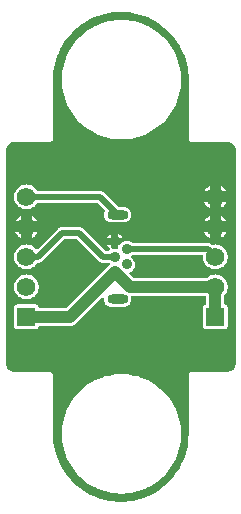
<source format=gtl>
G04 Layer: TopLayer*
G04 EasyEDA v6.5.20, 2023-08-22 18:50:07*
G04 a67cddfb3fce44daa9051d46cbbcc19f,10*
G04 Gerber Generator version 0.2*
G04 Scale: 100 percent, Rotated: No, Reflected: No *
G04 Dimensions in millimeters *
G04 leading zeros omitted , absolute positions ,4 integer and 5 decimal *
%FSLAX45Y45*%
%MOMM*%

%AMMACRO1*21,1,$1,$2,0,0,$3*%
%ADD10C,0.5000*%
%ADD11C,1.0000*%
%ADD12C,1.5748*%
%ADD13MACRO1,1.5748X1.5748X90.0000*%
%ADD14C,0.9000*%
%ADD15O,1.7999964X0.7999984*%
%ADD16C,0.6096*%
%ADD17C,0.0142*%

%LPD*%
G36*
X-304Y-2074062D02*
G01*
X-33680Y-2073097D01*
X-66954Y-2070150D01*
X-99974Y-2065274D01*
X-132689Y-2058517D01*
X-164947Y-2049881D01*
X-196646Y-2039366D01*
X-227634Y-2027021D01*
X-257911Y-2012848D01*
X-287274Y-1996998D01*
X-315722Y-1979472D01*
X-343052Y-1960270D01*
X-369214Y-1939543D01*
X-394157Y-1917344D01*
X-417779Y-1893722D01*
X-439978Y-1868779D01*
X-460654Y-1842566D01*
X-479806Y-1815185D01*
X-497332Y-1786788D01*
X-513130Y-1757375D01*
X-527253Y-1727098D01*
X-539546Y-1696059D01*
X-550062Y-1664360D01*
X-558647Y-1632102D01*
X-565404Y-1599387D01*
X-570230Y-1566367D01*
X-573125Y-1533093D01*
X-574040Y-1499311D01*
X-574040Y-1000607D01*
X-574852Y-994105D01*
X-576935Y-988568D01*
X-580491Y-983437D01*
X-583488Y-980389D01*
X-587095Y-977747D01*
X-592632Y-975258D01*
X-600100Y-974090D01*
X-898753Y-974090D01*
X-911250Y-973124D01*
X-921512Y-970787D01*
X-931367Y-966978D01*
X-940612Y-961847D01*
X-948994Y-955446D01*
X-956360Y-947877D01*
X-962609Y-939393D01*
X-967587Y-930046D01*
X-971194Y-920140D01*
X-973328Y-909828D01*
X-974090Y-898702D01*
X-974090Y898753D01*
X-973124Y911250D01*
X-970787Y921512D01*
X-966978Y931367D01*
X-961847Y940612D01*
X-955446Y948994D01*
X-947877Y956360D01*
X-939393Y962609D01*
X-930046Y967587D01*
X-920140Y971194D01*
X-909828Y973328D01*
X-898753Y974090D01*
X-600608Y974039D01*
X-594106Y974801D01*
X-588568Y976934D01*
X-583438Y980440D01*
X-580390Y983487D01*
X-577748Y987094D01*
X-575259Y992632D01*
X-574090Y1000099D01*
X-574090Y1499514D01*
X-573074Y1533652D01*
X-570179Y1566926D01*
X-565302Y1599996D01*
X-558546Y1632661D01*
X-549859Y1664919D01*
X-539343Y1696618D01*
X-526999Y1727657D01*
X-512876Y1757883D01*
X-497027Y1787296D01*
X-479450Y1815693D01*
X-460298Y1843024D01*
X-439572Y1869236D01*
X-417372Y1894179D01*
X-393750Y1917750D01*
X-368757Y1939950D01*
X-342595Y1960625D01*
X-315214Y1979777D01*
X-286766Y1997303D01*
X-257403Y2013153D01*
X-227126Y2027224D01*
X-196088Y2039569D01*
X-164338Y2050034D01*
X-132080Y2058670D01*
X-99415Y2065375D01*
X-66344Y2070201D01*
X-33070Y2073097D01*
X304Y2074062D01*
X33680Y2073097D01*
X66954Y2070150D01*
X99974Y2065274D01*
X132689Y2058517D01*
X164947Y2049881D01*
X196646Y2039366D01*
X227634Y2027021D01*
X257911Y2012848D01*
X287274Y1996998D01*
X315722Y1979472D01*
X343052Y1960321D01*
X369214Y1939594D01*
X394157Y1917344D01*
X417779Y1893722D01*
X439978Y1868779D01*
X460654Y1842566D01*
X479806Y1815185D01*
X497332Y1786788D01*
X513130Y1757375D01*
X527253Y1727098D01*
X539546Y1696059D01*
X550062Y1664360D01*
X558647Y1632102D01*
X565404Y1599387D01*
X570230Y1566367D01*
X573125Y1533093D01*
X574040Y1499311D01*
X574040Y1000607D01*
X574852Y994105D01*
X576935Y988568D01*
X580491Y983437D01*
X583488Y980389D01*
X587095Y977747D01*
X592632Y975258D01*
X600100Y974090D01*
X898753Y974090D01*
X911250Y973124D01*
X921512Y970787D01*
X931367Y966978D01*
X940612Y961847D01*
X948994Y955446D01*
X956360Y947877D01*
X962609Y939393D01*
X967587Y930046D01*
X971194Y920140D01*
X973328Y909828D01*
X974090Y898753D01*
X974090Y-898702D01*
X973124Y-911250D01*
X970787Y-921512D01*
X966978Y-931367D01*
X961847Y-940612D01*
X955446Y-948994D01*
X947877Y-956360D01*
X939393Y-962609D01*
X930046Y-967587D01*
X920140Y-971194D01*
X909828Y-973328D01*
X898753Y-974090D01*
X600760Y-974090D01*
X594258Y-974902D01*
X588721Y-976985D01*
X583590Y-980541D01*
X580542Y-983538D01*
X577900Y-987145D01*
X575411Y-992682D01*
X574243Y-1000150D01*
X574090Y-1499463D01*
X573074Y-1533652D01*
X570179Y-1566926D01*
X565302Y-1599996D01*
X558546Y-1632661D01*
X549859Y-1664919D01*
X539343Y-1696618D01*
X526999Y-1727657D01*
X512876Y-1757883D01*
X497027Y-1787296D01*
X479450Y-1815693D01*
X460298Y-1843024D01*
X439572Y-1869236D01*
X417372Y-1894179D01*
X393750Y-1917750D01*
X368757Y-1939950D01*
X342595Y-1960625D01*
X315214Y-1979777D01*
X286766Y-1997303D01*
X257403Y-2013153D01*
X227126Y-2027224D01*
X196088Y-2039569D01*
X164338Y-2050034D01*
X132080Y-2058670D01*
X99415Y-2065375D01*
X66344Y-2070201D01*
X33070Y-2073097D01*
G37*

%LPC*%
G36*
X-10566Y994105D02*
G01*
X20574Y994105D01*
X51663Y996035D01*
X82550Y999845D01*
X113182Y1005586D01*
X143408Y1013206D01*
X173075Y1022654D01*
X202082Y1033932D01*
X230378Y1046937D01*
X257810Y1061720D01*
X284276Y1078128D01*
X309676Y1096162D01*
X333959Y1115720D01*
X356920Y1136700D01*
X378612Y1159103D01*
X398830Y1182776D01*
X417576Y1207668D01*
X434746Y1233627D01*
X450291Y1260652D01*
X464108Y1288542D01*
X476199Y1317244D01*
X486511Y1346657D01*
X494995Y1376629D01*
X501599Y1407058D01*
X506272Y1437843D01*
X509117Y1468882D01*
X509981Y1499971D01*
X509117Y1531112D01*
X506272Y1562150D01*
X501599Y1592935D01*
X494995Y1623364D01*
X486511Y1653336D01*
X476199Y1682750D01*
X464108Y1711452D01*
X450291Y1739341D01*
X434746Y1766366D01*
X417576Y1792325D01*
X398830Y1817217D01*
X378612Y1840890D01*
X356920Y1863293D01*
X333959Y1884273D01*
X309676Y1903831D01*
X284276Y1921865D01*
X257810Y1938274D01*
X230378Y1953056D01*
X202082Y1966061D01*
X173075Y1977339D01*
X143408Y1986788D01*
X113182Y1994407D01*
X82550Y2000148D01*
X51663Y2003958D01*
X20574Y2005888D01*
X-10566Y2005888D01*
X-41656Y2003958D01*
X-72593Y2000148D01*
X-103174Y1994407D01*
X-133400Y1986788D01*
X-163068Y1977339D01*
X-192125Y1966061D01*
X-220370Y1953056D01*
X-247802Y1938274D01*
X-274269Y1921865D01*
X-299720Y1903831D01*
X-323951Y1884273D01*
X-346964Y1863293D01*
X-368604Y1840890D01*
X-388823Y1817217D01*
X-407568Y1792325D01*
X-424738Y1766366D01*
X-440283Y1739341D01*
X-454101Y1711452D01*
X-466191Y1682750D01*
X-476504Y1653336D01*
X-484987Y1623364D01*
X-491591Y1592935D01*
X-496316Y1562150D01*
X-499109Y1531112D01*
X-499973Y1500022D01*
X-499109Y1468882D01*
X-496316Y1437843D01*
X-491591Y1407058D01*
X-484987Y1376629D01*
X-476504Y1346657D01*
X-466191Y1317244D01*
X-454101Y1288542D01*
X-440283Y1260652D01*
X-424738Y1233627D01*
X-407568Y1207668D01*
X-388823Y1182776D01*
X-368604Y1159103D01*
X-346964Y1136700D01*
X-323951Y1115720D01*
X-299720Y1096162D01*
X-274269Y1078128D01*
X-247802Y1061720D01*
X-220370Y1046937D01*
X-192125Y1033932D01*
X-163068Y1022654D01*
X-133400Y1013206D01*
X-103174Y1005586D01*
X-72593Y999845D01*
X-41656Y996035D01*
G37*
G36*
X-878179Y-612648D02*
G01*
X-721817Y-612648D01*
X-715518Y-611936D01*
X-710031Y-610006D01*
X-705154Y-606958D01*
X-701040Y-602843D01*
X-698042Y-598017D01*
X-695655Y-590905D01*
X-693521Y-587248D01*
X-690118Y-584758D01*
X-686003Y-583895D01*
X-425297Y-583844D01*
X-416458Y-583031D01*
X-414020Y-582625D01*
X-405384Y-580491D01*
X-403047Y-579729D01*
X-394817Y-576326D01*
X-392633Y-575208D01*
X-385013Y-570585D01*
X-376174Y-563524D01*
X-161086Y-348488D01*
X-157683Y-346252D01*
X-153619Y-345541D01*
X-149656Y-346456D01*
X-146354Y-348894D01*
X-144272Y-352399D01*
X-143103Y-368300D01*
X-140665Y-378358D01*
X-136702Y-387908D01*
X-131318Y-396697D01*
X-124612Y-404571D01*
X-116738Y-411276D01*
X-107950Y-416661D01*
X-98399Y-420624D01*
X-88341Y-423062D01*
X-77622Y-423875D01*
X21590Y-423875D01*
X32308Y-423062D01*
X42316Y-420624D01*
X51866Y-416661D01*
X60706Y-411276D01*
X68580Y-404571D01*
X75285Y-396697D01*
X80670Y-387908D01*
X84632Y-378358D01*
X87071Y-368300D01*
X87833Y-357987D01*
X87071Y-347675D01*
X85801Y-342442D01*
X85598Y-338785D01*
X86664Y-335330D01*
X88950Y-332435D01*
X92100Y-330555D01*
X95656Y-329895D01*
X713943Y-329895D01*
X717804Y-330657D01*
X721106Y-332892D01*
X723341Y-336194D01*
X724103Y-340055D01*
X724103Y-394004D01*
X723239Y-398119D01*
X720750Y-401523D01*
X717092Y-403656D01*
X709980Y-406044D01*
X705154Y-409041D01*
X701040Y-413156D01*
X697992Y-418033D01*
X696061Y-423519D01*
X695350Y-429818D01*
X695350Y-586181D01*
X696061Y-592480D01*
X697992Y-597966D01*
X701040Y-602843D01*
X705154Y-606958D01*
X710031Y-610006D01*
X715518Y-611936D01*
X721817Y-612648D01*
X878179Y-612648D01*
X884478Y-611936D01*
X889965Y-610006D01*
X894842Y-606958D01*
X898956Y-602843D01*
X902004Y-597966D01*
X903935Y-592480D01*
X904646Y-586181D01*
X904646Y-429818D01*
X903935Y-423519D01*
X902004Y-418033D01*
X898956Y-413156D01*
X894842Y-409041D01*
X890016Y-406044D01*
X882903Y-403656D01*
X879246Y-401523D01*
X876757Y-398119D01*
X875893Y-394004D01*
X875893Y-329590D01*
X876553Y-326034D01*
X878433Y-322935D01*
X883005Y-317703D01*
X890625Y-306324D01*
X896670Y-294030D01*
X901039Y-281076D01*
X903732Y-267665D01*
X904646Y-254000D01*
X903732Y-240334D01*
X901039Y-226923D01*
X896670Y-213969D01*
X890625Y-201676D01*
X883005Y-190296D01*
X873963Y-180035D01*
X863701Y-170992D01*
X852322Y-163372D01*
X840028Y-157327D01*
X827074Y-152958D01*
X813663Y-150266D01*
X799998Y-149352D01*
X786333Y-150266D01*
X772922Y-152958D01*
X759968Y-157327D01*
X747674Y-163372D01*
X736295Y-170992D01*
X731062Y-175564D01*
X727964Y-177444D01*
X724408Y-178104D01*
X109626Y-178104D01*
X105714Y-177342D01*
X102412Y-175107D01*
X74066Y-146761D01*
X71831Y-143459D01*
X71069Y-139547D01*
X71831Y-135686D01*
X74066Y-132384D01*
X77368Y-130149D01*
X82143Y-128168D01*
X91643Y-122377D01*
X100126Y-115163D01*
X107340Y-106680D01*
X113131Y-97180D01*
X117398Y-86918D01*
X119989Y-76098D01*
X120853Y-65024D01*
X119989Y-53949D01*
X117398Y-43129D01*
X113131Y-32867D01*
X107340Y-23368D01*
X100126Y-14884D01*
X91694Y-7721D01*
X89052Y-4267D01*
X88138Y0D01*
X89052Y4267D01*
X91694Y7721D01*
X96316Y11684D01*
X99415Y13512D01*
X102920Y14122D01*
X685444Y14122D01*
X689508Y13258D01*
X692861Y10922D01*
X694994Y7366D01*
X695604Y3302D01*
X695350Y0D01*
X696264Y-13665D01*
X698957Y-27076D01*
X703326Y-40030D01*
X709371Y-52324D01*
X716991Y-63703D01*
X726033Y-73964D01*
X736295Y-83007D01*
X747674Y-90627D01*
X759968Y-96672D01*
X772922Y-101041D01*
X786333Y-103733D01*
X799998Y-104648D01*
X813663Y-103733D01*
X827074Y-101041D01*
X840028Y-96672D01*
X852322Y-90627D01*
X863701Y-83007D01*
X873963Y-73964D01*
X883005Y-63703D01*
X890625Y-52324D01*
X896670Y-40030D01*
X901039Y-27076D01*
X903732Y-13665D01*
X904646Y0D01*
X903732Y13665D01*
X901039Y27076D01*
X896670Y40030D01*
X890625Y52324D01*
X883005Y63703D01*
X873963Y73964D01*
X863701Y83007D01*
X852322Y90627D01*
X840028Y96672D01*
X827074Y101041D01*
X813663Y103733D01*
X799998Y104648D01*
X786333Y103733D01*
X776325Y101752D01*
X772007Y101803D01*
X768096Y103682D01*
X764133Y106730D01*
X760425Y109118D01*
X756462Y111150D01*
X752398Y112877D01*
X748131Y114198D01*
X743813Y115163D01*
X739394Y115722D01*
X734771Y115925D01*
X102920Y115925D01*
X99415Y116535D01*
X96316Y118364D01*
X91643Y122377D01*
X82143Y128168D01*
X71882Y132435D01*
X61061Y135026D01*
X49987Y135890D01*
X38912Y135026D01*
X28092Y132435D01*
X17830Y128168D01*
X8331Y122377D01*
X-152Y115163D01*
X-10007Y103479D01*
X-13004Y101803D01*
X-16408Y101193D01*
X-21132Y101193D01*
X-21132Y78638D01*
X-21793Y75031D01*
X-23672Y71932D01*
X-26568Y69646D01*
X-30022Y68529D01*
X-33680Y68732D01*
X-38912Y70002D01*
X-49987Y70866D01*
X-61061Y70002D01*
X-66294Y68732D01*
X-69951Y68529D01*
X-73456Y69646D01*
X-76301Y71932D01*
X-78181Y75031D01*
X-78841Y78638D01*
X-78841Y101193D01*
X-114503Y101193D01*
X-113131Y97891D01*
X-107340Y88392D01*
X-100126Y79908D01*
X-91694Y72745D01*
X-89052Y69291D01*
X-88138Y65024D01*
X-89052Y60756D01*
X-91694Y57302D01*
X-96316Y53340D01*
X-99415Y51511D01*
X-102920Y50901D01*
X-124815Y50901D01*
X-128727Y51663D01*
X-131978Y53898D01*
X-313842Y235762D01*
X-317296Y238912D01*
X-320802Y241604D01*
X-324561Y243992D01*
X-328523Y246024D01*
X-332587Y247751D01*
X-336854Y249072D01*
X-341172Y250037D01*
X-345592Y250596D01*
X-350215Y250799D01*
X-499668Y250799D01*
X-504291Y250596D01*
X-508711Y250037D01*
X-513029Y249072D01*
X-517296Y247700D01*
X-521360Y246024D01*
X-525322Y243992D01*
X-529031Y241604D01*
X-532587Y238861D01*
X-535990Y235762D01*
X-705256Y66700D01*
X-708710Y64465D01*
X-712774Y63754D01*
X-716788Y64719D01*
X-720090Y67208D01*
X-726033Y73964D01*
X-736295Y83007D01*
X-747674Y90627D01*
X-759968Y96672D01*
X-772922Y101041D01*
X-786333Y103733D01*
X-799998Y104648D01*
X-813663Y103733D01*
X-827074Y101041D01*
X-840028Y96672D01*
X-852322Y90627D01*
X-863701Y83007D01*
X-873963Y73964D01*
X-883005Y63703D01*
X-890625Y52324D01*
X-896670Y40030D01*
X-901039Y27076D01*
X-903732Y13665D01*
X-904646Y0D01*
X-903732Y-13665D01*
X-901039Y-27076D01*
X-896670Y-40030D01*
X-890625Y-52324D01*
X-883005Y-63703D01*
X-873963Y-73964D01*
X-863701Y-83007D01*
X-852322Y-90627D01*
X-840028Y-96672D01*
X-827074Y-101041D01*
X-813663Y-103733D01*
X-799998Y-104648D01*
X-786333Y-103733D01*
X-772922Y-101041D01*
X-759968Y-96672D01*
X-747674Y-90627D01*
X-736295Y-83007D01*
X-726033Y-73964D01*
X-716991Y-63703D01*
X-711454Y-55422D01*
X-709269Y-53086D01*
X-706475Y-51511D01*
X-703326Y-50901D01*
X-695553Y-50698D01*
X-691184Y-50139D01*
X-686866Y-49174D01*
X-682599Y-47802D01*
X-678535Y-46126D01*
X-674573Y-44094D01*
X-670864Y-41706D01*
X-667308Y-38963D01*
X-663905Y-35864D01*
X-481787Y145999D01*
X-478485Y148234D01*
X-474624Y148996D01*
X-375310Y148996D01*
X-371398Y148234D01*
X-368147Y145999D01*
X-186283Y-35864D01*
X-182829Y-39014D01*
X-179324Y-41706D01*
X-175564Y-44094D01*
X-171602Y-46126D01*
X-167538Y-47853D01*
X-163271Y-49174D01*
X-158953Y-50139D01*
X-154533Y-50698D01*
X-149910Y-50901D01*
X-102920Y-50901D01*
X-99415Y-51511D01*
X-95605Y-53949D01*
X-92964Y-57505D01*
X-92049Y-61874D01*
X-93116Y-66192D01*
X-95859Y-69646D01*
X-99517Y-72542D01*
X-103784Y-76504D01*
X-456387Y-429107D01*
X-459689Y-431342D01*
X-463600Y-432104D01*
X-686003Y-432104D01*
X-690118Y-431241D01*
X-693521Y-428751D01*
X-695655Y-425094D01*
X-698042Y-417982D01*
X-701040Y-413156D01*
X-705154Y-409041D01*
X-710031Y-405993D01*
X-715518Y-404063D01*
X-721817Y-403352D01*
X-878179Y-403352D01*
X-884478Y-404063D01*
X-889965Y-405993D01*
X-894842Y-409041D01*
X-898956Y-413156D01*
X-902004Y-418033D01*
X-903935Y-423519D01*
X-904646Y-429818D01*
X-904646Y-586181D01*
X-903935Y-592480D01*
X-902004Y-597966D01*
X-898956Y-602843D01*
X-894842Y-606958D01*
X-889965Y-610006D01*
X-884478Y-611936D01*
G37*
G36*
X706120Y553720D02*
G01*
X754278Y553720D01*
X754278Y601878D01*
X747674Y598627D01*
X736295Y591007D01*
X726033Y581964D01*
X716991Y571703D01*
X709371Y560324D01*
G37*
G36*
X845718Y553720D02*
G01*
X893876Y553720D01*
X890625Y560324D01*
X883005Y571703D01*
X873963Y581964D01*
X863701Y591007D01*
X852322Y598627D01*
X845718Y601878D01*
G37*
G36*
X845718Y414121D02*
G01*
X852322Y417372D01*
X863701Y424992D01*
X873963Y434035D01*
X883005Y444296D01*
X890625Y455676D01*
X893876Y462280D01*
X845718Y462280D01*
G37*
G36*
X-799998Y-358648D02*
G01*
X-786333Y-357733D01*
X-772922Y-355041D01*
X-759968Y-350672D01*
X-747674Y-344627D01*
X-736295Y-337007D01*
X-726033Y-327964D01*
X-716991Y-317703D01*
X-709371Y-306324D01*
X-703326Y-294030D01*
X-698957Y-281076D01*
X-696264Y-267665D01*
X-695350Y-254000D01*
X-696264Y-240334D01*
X-698957Y-226923D01*
X-703326Y-213969D01*
X-709371Y-201676D01*
X-716991Y-190296D01*
X-726033Y-180035D01*
X-736295Y-170992D01*
X-747674Y-163372D01*
X-759968Y-157327D01*
X-772922Y-152958D01*
X-786333Y-150266D01*
X-799998Y-149352D01*
X-813663Y-150266D01*
X-827074Y-152958D01*
X-840028Y-157327D01*
X-852322Y-163372D01*
X-863701Y-170992D01*
X-873963Y-180035D01*
X-883005Y-190296D01*
X-890625Y-201676D01*
X-896670Y-213969D01*
X-901039Y-226923D01*
X-903732Y-240334D01*
X-904646Y-254000D01*
X-903732Y-267665D01*
X-901039Y-281076D01*
X-896670Y-294030D01*
X-890625Y-306324D01*
X-883005Y-317703D01*
X-873963Y-327964D01*
X-863701Y-337007D01*
X-852322Y-344627D01*
X-840028Y-350672D01*
X-827074Y-355041D01*
X-813663Y-357733D01*
G37*
G36*
X754278Y414121D02*
G01*
X754278Y462280D01*
X706120Y462280D01*
X709371Y455676D01*
X716991Y444296D01*
X726033Y434035D01*
X736295Y424992D01*
X747674Y417372D01*
G37*
G36*
X845718Y299720D02*
G01*
X893876Y299720D01*
X890625Y306324D01*
X883005Y317703D01*
X873963Y327964D01*
X863701Y337007D01*
X852322Y344627D01*
X845718Y347878D01*
G37*
G36*
X-893876Y299720D02*
G01*
X-845718Y299720D01*
X-845718Y347878D01*
X-852322Y344627D01*
X-863701Y337007D01*
X-873963Y327964D01*
X-883005Y317703D01*
X-890625Y306324D01*
G37*
G36*
X-754278Y299720D02*
G01*
X-706120Y299720D01*
X-709371Y306324D01*
X-716991Y317703D01*
X-726033Y327964D01*
X-736295Y337007D01*
X-747674Y344627D01*
X-754278Y347878D01*
G37*
G36*
X706120Y299720D02*
G01*
X754278Y299720D01*
X754278Y347878D01*
X747674Y344627D01*
X736295Y337007D01*
X726033Y327964D01*
X716991Y317703D01*
X709371Y306324D01*
G37*
G36*
X-77622Y292100D02*
G01*
X21590Y292100D01*
X32308Y292912D01*
X42316Y295351D01*
X51866Y299313D01*
X60706Y304698D01*
X68580Y311404D01*
X75285Y319278D01*
X80670Y328066D01*
X84632Y337616D01*
X87071Y347675D01*
X87833Y357987D01*
X87071Y368300D01*
X84632Y378358D01*
X80670Y387908D01*
X75285Y396697D01*
X68580Y404571D01*
X60706Y411276D01*
X51866Y416661D01*
X42316Y420624D01*
X32308Y423062D01*
X21590Y423875D01*
X-17729Y423875D01*
X-21640Y424688D01*
X-24942Y426872D01*
X-141884Y543864D01*
X-145338Y547014D01*
X-148844Y549706D01*
X-152603Y552094D01*
X-156565Y554126D01*
X-160629Y555853D01*
X-164896Y557174D01*
X-169214Y558139D01*
X-173634Y558698D01*
X-178257Y558901D01*
X-703021Y558901D01*
X-706272Y559460D01*
X-709218Y560984D01*
X-711454Y563422D01*
X-716991Y571703D01*
X-726033Y581964D01*
X-736295Y591007D01*
X-747674Y598627D01*
X-759968Y604672D01*
X-772922Y609041D01*
X-786333Y611733D01*
X-799998Y612648D01*
X-813663Y611733D01*
X-827074Y609041D01*
X-840028Y604672D01*
X-852322Y598627D01*
X-863701Y591007D01*
X-873963Y581964D01*
X-883005Y571703D01*
X-890625Y560324D01*
X-896670Y548030D01*
X-901039Y535076D01*
X-903732Y521665D01*
X-904646Y508000D01*
X-903732Y494334D01*
X-901039Y480923D01*
X-896670Y467969D01*
X-890625Y455676D01*
X-883005Y444296D01*
X-873963Y434035D01*
X-863701Y424992D01*
X-852322Y417372D01*
X-840028Y411327D01*
X-827074Y406958D01*
X-813663Y404266D01*
X-799998Y403352D01*
X-786333Y404266D01*
X-772922Y406958D01*
X-759968Y411327D01*
X-747674Y417372D01*
X-736295Y424992D01*
X-726033Y434035D01*
X-716991Y444296D01*
X-711454Y452577D01*
X-709218Y455015D01*
X-706272Y456539D01*
X-703021Y457098D01*
X-203352Y457098D01*
X-199440Y456336D01*
X-196189Y454101D01*
X-139547Y397459D01*
X-137312Y394208D01*
X-136550Y390296D01*
X-137312Y386435D01*
X-140665Y378358D01*
X-143103Y368300D01*
X-143916Y357987D01*
X-143103Y347675D01*
X-140665Y337616D01*
X-136702Y328066D01*
X-131318Y319278D01*
X-124612Y311404D01*
X-116738Y304698D01*
X-107950Y299313D01*
X-98399Y295351D01*
X-88341Y292912D01*
G37*
G36*
X845718Y160121D02*
G01*
X852322Y163372D01*
X863701Y170992D01*
X873963Y180035D01*
X883005Y190296D01*
X890625Y201676D01*
X893876Y208279D01*
X845718Y208279D01*
G37*
G36*
X-754278Y160121D02*
G01*
X-747674Y163372D01*
X-736295Y170992D01*
X-726033Y180035D01*
X-716991Y190296D01*
X-709371Y201676D01*
X-706120Y208279D01*
X-754278Y208279D01*
G37*
G36*
X-21132Y158902D02*
G01*
X14528Y158902D01*
X13157Y162204D01*
X7366Y171704D01*
X152Y180187D01*
X-8331Y187401D01*
X-17830Y193192D01*
X-21132Y194564D01*
G37*
G36*
X-10566Y-2005888D02*
G01*
X20574Y-2005888D01*
X51663Y-2003958D01*
X82550Y-2000148D01*
X113182Y-1994407D01*
X143408Y-1986788D01*
X173075Y-1977339D01*
X202082Y-1966061D01*
X230378Y-1953056D01*
X257810Y-1938274D01*
X284276Y-1921865D01*
X309676Y-1903831D01*
X333959Y-1884273D01*
X356920Y-1863293D01*
X378612Y-1840890D01*
X398830Y-1817217D01*
X417576Y-1792325D01*
X434746Y-1766366D01*
X450291Y-1739341D01*
X464108Y-1711452D01*
X476199Y-1682750D01*
X486511Y-1653336D01*
X494995Y-1623364D01*
X501599Y-1592935D01*
X506272Y-1562150D01*
X509117Y-1531112D01*
X509981Y-1500022D01*
X509117Y-1468882D01*
X506272Y-1437843D01*
X501599Y-1407058D01*
X494995Y-1376629D01*
X486511Y-1346657D01*
X476199Y-1317244D01*
X464108Y-1288542D01*
X450291Y-1260652D01*
X434746Y-1233627D01*
X417576Y-1207668D01*
X398830Y-1182776D01*
X378612Y-1159103D01*
X356920Y-1136700D01*
X333959Y-1115720D01*
X309676Y-1096162D01*
X284276Y-1078128D01*
X257810Y-1061720D01*
X230378Y-1046937D01*
X202082Y-1033932D01*
X173075Y-1022654D01*
X143408Y-1013206D01*
X113182Y-1005586D01*
X82550Y-999845D01*
X51663Y-996035D01*
X20574Y-994105D01*
X-10566Y-994105D01*
X-41656Y-996035D01*
X-72593Y-999845D01*
X-103174Y-1005586D01*
X-133400Y-1013206D01*
X-163068Y-1022654D01*
X-192125Y-1033932D01*
X-220370Y-1046937D01*
X-247802Y-1061720D01*
X-274269Y-1078128D01*
X-299720Y-1096162D01*
X-323951Y-1115720D01*
X-346964Y-1136700D01*
X-368604Y-1159103D01*
X-388823Y-1182776D01*
X-407568Y-1207668D01*
X-424738Y-1233627D01*
X-440283Y-1260652D01*
X-454101Y-1288542D01*
X-466191Y-1317244D01*
X-476504Y-1346657D01*
X-484987Y-1376629D01*
X-491591Y-1407058D01*
X-496316Y-1437843D01*
X-499109Y-1468882D01*
X-499973Y-1499971D01*
X-499109Y-1531112D01*
X-496316Y-1562150D01*
X-491591Y-1592935D01*
X-484987Y-1623364D01*
X-476504Y-1653336D01*
X-466191Y-1682750D01*
X-454101Y-1711452D01*
X-440283Y-1739341D01*
X-424738Y-1766366D01*
X-407568Y-1792325D01*
X-388823Y-1817217D01*
X-368604Y-1840890D01*
X-346964Y-1863293D01*
X-323951Y-1884273D01*
X-299720Y-1903831D01*
X-274269Y-1921865D01*
X-247802Y-1938274D01*
X-220370Y-1953056D01*
X-192125Y-1966061D01*
X-163068Y-1977339D01*
X-133400Y-1986788D01*
X-103174Y-1994407D01*
X-72593Y-2000148D01*
X-41656Y-2003958D01*
G37*
G36*
X-845718Y160121D02*
G01*
X-845718Y208279D01*
X-893876Y208279D01*
X-890625Y201676D01*
X-883005Y190296D01*
X-873963Y180035D01*
X-863701Y170992D01*
X-852322Y163372D01*
G37*
G36*
X754278Y160121D02*
G01*
X754278Y208279D01*
X706120Y208279D01*
X709371Y201676D01*
X716991Y190296D01*
X726033Y180035D01*
X736295Y170992D01*
X747674Y163372D01*
G37*
G36*
X-114503Y158902D02*
G01*
X-78841Y158902D01*
X-78841Y194564D01*
X-82143Y193192D01*
X-91643Y187401D01*
X-100126Y180187D01*
X-107340Y171704D01*
X-113131Y162204D01*
G37*

%LPD*%
D10*
X-800100Y0D02*
G01*
X-700023Y0D01*
X-499871Y199897D01*
X-350012Y199897D01*
X-150113Y0D01*
X-50037Y0D01*
D11*
X799998Y-254000D02*
G01*
X799998Y-508000D01*
X799998Y-254000D02*
G01*
X73964Y-254000D01*
X-49987Y-130047D01*
X-799998Y-508000D02*
G01*
X-427939Y-508000D01*
X-49987Y-130047D01*
D10*
X-27939Y357886D02*
G01*
X-178054Y508000D01*
X-799998Y508000D01*
X49987Y65023D02*
G01*
X734974Y65023D01*
X799998Y0D01*
D12*
G01*
X-799998Y508000D03*
G01*
X-799998Y254000D03*
G01*
X-799998Y0D03*
G01*
X-799998Y-254000D03*
D13*
G01*
X-799998Y-508000D03*
D12*
G01*
X799998Y508000D03*
G01*
X799998Y254000D03*
G01*
X799998Y0D03*
G01*
X799998Y-254000D03*
D13*
G01*
X799998Y-508000D03*
D14*
G01*
X-49987Y-130047D03*
G01*
X49987Y-65023D03*
G01*
X-49987Y0D03*
G01*
X49987Y65023D03*
G01*
X-49987Y130047D03*
D15*
G01*
X-28016Y-357886D03*
G01*
X-28016Y357886D03*
D16*
G01*
X0Y-799998D03*
G01*
X299999Y-799998D03*
G01*
X-299999Y-799998D03*
G01*
X-499998Y-99999D03*
G01*
X-299999Y-99999D03*
G01*
X399999Y-99999D03*
G01*
X599998Y-99999D03*
G01*
X-599998Y-799998D03*
G01*
X599998Y-799998D03*
G01*
X-599998Y799998D03*
G01*
X-299999Y799998D03*
G01*
X0Y799998D03*
G01*
X299999Y799998D03*
G01*
X599998Y799998D03*
G01*
X0Y-599998D03*
G01*
X299999Y-599998D03*
G01*
X-299999Y-599998D03*
M02*

</source>
